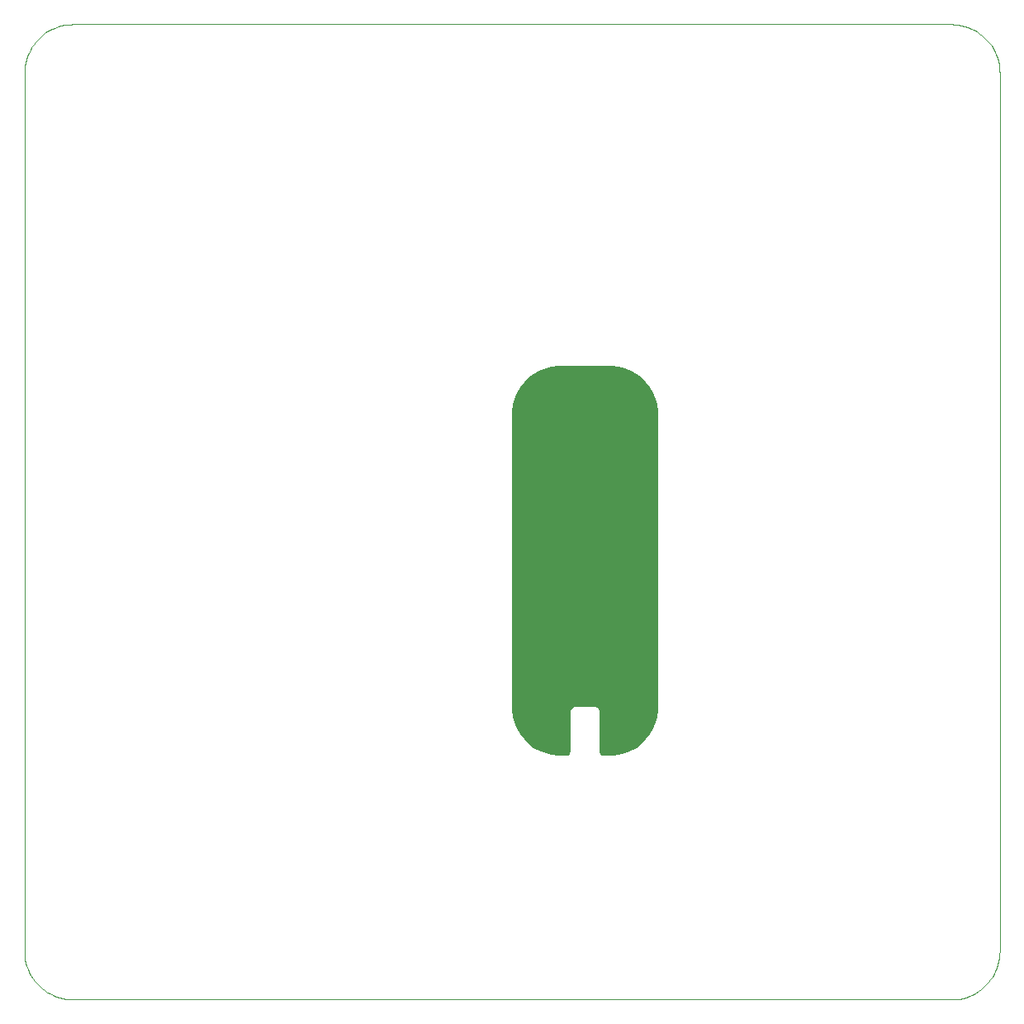
<source format=gbr>
%FSLAX23Y23*%
%MOIN*%
%SFA1B1*%

%IPPOS*%
%ADD127C,0.001000*%
%LNbase_pcb1_profile-1*%
%LPD*%
G36*
X2166Y2559D02*
X2153D01*
X2128Y2555*
X2103Y2548*
X2079Y2539*
X2056Y2526*
X2036Y2510*
X2018Y2492*
X2002Y2471*
X1989Y2449*
X1979Y2425*
X1972Y2400*
X1969Y2374*
Y2361*
Y1181*
Y1168*
X1972Y1142*
X1979Y1117*
X1989Y1093*
X2002Y1071*
X2018Y1050*
X2036Y1032*
X2056Y1016*
X2079Y1003*
X2103Y993*
X2128Y987*
X2153Y983*
X2166*
X2184*
X2188*
X2195Y986*
X2201Y992*
X2204Y1000*
Y1004*
Y1161*
X2205Y1165*
X2208Y1172*
X2213Y1177*
X2220Y1180*
X2224Y1181*
X2224*
X2303*
X2306Y1180*
X2314Y1177*
X2319Y1172*
X2322Y1165*
X2322Y1161*
Y1002*
Y998*
X2325Y991*
X2330Y986*
X2337Y983*
X2341*
X2360*
X2373*
X2399Y987*
X2424Y993*
X2448Y1003*
X2470Y1016*
X2491Y1032*
X2509Y1050*
X2525Y1071*
X2538Y1093*
X2548Y1117*
X2554Y1142*
X2558Y1168*
Y1181*
X2558Y2361*
X2558Y2374*
X2555Y2400*
X2548Y2425*
X2538Y2449*
X2525Y2471*
X2509Y2492*
X2491Y2510*
X2470Y2526*
X2448Y2539*
X2424Y2549*
X2399Y2555*
X2373Y2559*
X2360Y2559*
X2166*
G37*
G54D127*
X0Y196D02*
Y3740D01*
D01*
X0Y3753*
X1Y3767*
X4Y3781*
X7Y3794*
X11Y3807*
X17Y3820*
X23Y3832*
X29Y3844*
X37Y3855*
X46Y3866*
X55Y3876*
X65Y3886*
X75Y3895*
X86Y3903*
X98Y3910*
X110Y3917*
X123Y3922*
X136Y3927*
X149Y3931*
X162Y3934*
X176Y3935*
X189Y3936*
X196Y3937*
X3740*
D01*
X3753Y3936*
X3767Y3935*
X3781Y3932*
X3794Y3929*
X3807Y3925*
X3820Y3919*
X3832Y3913*
X3844Y3907*
X3855Y3899*
X3866Y3890*
X3876Y3881*
X3886Y3871*
X3895Y3861*
X3903Y3850*
X3910Y3838*
X3917Y3826*
X3922Y3813*
X3927Y3800*
X3931Y3787*
X3934Y3774*
X3935Y3760*
X3936Y3747*
X3937Y3740*
Y196*
D01*
X3936Y183*
X3935Y169*
X3932Y155*
X3929Y142*
X3925Y129*
X3919Y116*
X3913Y104*
X3907Y92*
X3899Y81*
X3890Y70*
X3881Y60*
X3871Y50*
X3861Y41*
X3850Y33*
X3838Y26*
X3826Y19*
X3813Y14*
X3800Y9*
X3787Y5*
X3774Y2*
X3760Y1*
X3747Y0*
X3740Y0*
X196*
D01*
X183Y0*
X169Y1*
X155Y4*
X142Y7*
X129Y11*
X116Y17*
X104Y23*
X92Y29*
X81Y37*
X70Y46*
X60Y55*
X50Y65*
X41Y75*
X33Y86*
X26Y98*
X19Y110*
X14Y123*
X9Y136*
X5Y149*
X2Y162*
X1Y176*
X0Y189*
X0Y196*
M02*
</source>
